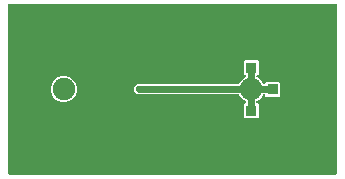
<source format=gtl>
G04 EAGLE Gerber RS-274X export*
G75*
%MOMM*%
%FSLAX34Y34*%
%LPD*%
%INTop Copper*%
%IPPOS*%
%AMOC8*
5,1,8,0,0,1.08239X$1,22.5*%
G01*
%ADD10C,1.905000*%
%ADD11P,2.749271X8X202.500000*%
%ADD12P,2.749271X8X22.500000*%
%ADD13R,0.950000X0.950000*%
%ADD14C,0.654000*%
%ADD15C,0.558800*%
%ADD16C,0.558800*%

G36*
X281198Y3814D02*
X281198Y3814D01*
X281217Y3812D01*
X281319Y3834D01*
X281421Y3850D01*
X281438Y3860D01*
X281458Y3864D01*
X281547Y3917D01*
X281638Y3966D01*
X281652Y3980D01*
X281669Y3990D01*
X281736Y4069D01*
X281808Y4144D01*
X281816Y4162D01*
X281829Y4177D01*
X281868Y4273D01*
X281911Y4367D01*
X281913Y4387D01*
X281921Y4405D01*
X281939Y4572D01*
X281939Y147828D01*
X281936Y147848D01*
X281938Y147867D01*
X281916Y147969D01*
X281900Y148071D01*
X281890Y148088D01*
X281886Y148108D01*
X281833Y148197D01*
X281784Y148288D01*
X281770Y148302D01*
X281760Y148319D01*
X281681Y148386D01*
X281606Y148458D01*
X281588Y148466D01*
X281573Y148479D01*
X281477Y148518D01*
X281383Y148561D01*
X281363Y148563D01*
X281345Y148571D01*
X281178Y148589D01*
X4572Y148589D01*
X4552Y148586D01*
X4533Y148588D01*
X4431Y148566D01*
X4329Y148550D01*
X4312Y148540D01*
X4292Y148536D01*
X4203Y148483D01*
X4112Y148434D01*
X4098Y148420D01*
X4081Y148410D01*
X4014Y148331D01*
X3942Y148256D01*
X3934Y148238D01*
X3921Y148223D01*
X3882Y148127D01*
X3839Y148033D01*
X3837Y148013D01*
X3829Y147995D01*
X3811Y147828D01*
X3811Y4572D01*
X3814Y4552D01*
X3812Y4533D01*
X3834Y4431D01*
X3850Y4329D01*
X3860Y4312D01*
X3864Y4292D01*
X3917Y4203D01*
X3966Y4112D01*
X3980Y4098D01*
X3990Y4081D01*
X4069Y4014D01*
X4144Y3942D01*
X4162Y3934D01*
X4177Y3921D01*
X4273Y3882D01*
X4367Y3839D01*
X4387Y3837D01*
X4405Y3829D01*
X4572Y3811D01*
X281178Y3811D01*
X281198Y3814D01*
G37*
%LPC*%
G36*
X204168Y51775D02*
X204168Y51775D01*
X203275Y52668D01*
X203275Y63432D01*
X204168Y64325D01*
X204470Y64325D01*
X204490Y64328D01*
X204509Y64326D01*
X204611Y64348D01*
X204713Y64364D01*
X204730Y64374D01*
X204750Y64378D01*
X204839Y64431D01*
X204930Y64480D01*
X204944Y64494D01*
X204961Y64504D01*
X205028Y64583D01*
X205100Y64658D01*
X205108Y64676D01*
X205121Y64691D01*
X205160Y64787D01*
X205203Y64881D01*
X205205Y64901D01*
X205213Y64919D01*
X205231Y65086D01*
X205231Y65520D01*
X205212Y65635D01*
X205195Y65751D01*
X205193Y65757D01*
X205192Y65763D01*
X205137Y65865D01*
X205084Y65970D01*
X205079Y65975D01*
X205076Y65980D01*
X204992Y66060D01*
X204908Y66143D01*
X204902Y66146D01*
X204898Y66150D01*
X204881Y66157D01*
X204761Y66223D01*
X203291Y66833D01*
X200183Y69941D01*
X199573Y71411D01*
X199511Y71511D01*
X199452Y71611D01*
X199447Y71615D01*
X199444Y71620D01*
X199353Y71695D01*
X199265Y71771D01*
X199259Y71773D01*
X199254Y71777D01*
X199146Y71819D01*
X199037Y71863D01*
X199029Y71864D01*
X199025Y71865D01*
X199006Y71866D01*
X198870Y71881D01*
X112511Y71881D01*
X109981Y74411D01*
X109981Y77989D01*
X112511Y80519D01*
X198870Y80519D01*
X198985Y80538D01*
X199101Y80555D01*
X199107Y80557D01*
X199113Y80558D01*
X199215Y80613D01*
X199320Y80666D01*
X199325Y80671D01*
X199330Y80674D01*
X199410Y80758D01*
X199493Y80842D01*
X199496Y80848D01*
X199500Y80852D01*
X199507Y80869D01*
X199573Y80989D01*
X200183Y82459D01*
X203291Y85567D01*
X204761Y86177D01*
X204861Y86239D01*
X204961Y86298D01*
X204965Y86303D01*
X204970Y86306D01*
X205045Y86397D01*
X205121Y86485D01*
X205123Y86491D01*
X205127Y86496D01*
X205169Y86604D01*
X205213Y86713D01*
X205214Y86721D01*
X205215Y86725D01*
X205216Y86744D01*
X205231Y86880D01*
X205231Y87314D01*
X205228Y87334D01*
X205230Y87353D01*
X205208Y87455D01*
X205192Y87557D01*
X205182Y87574D01*
X205178Y87594D01*
X205125Y87683D01*
X205076Y87774D01*
X205062Y87788D01*
X205052Y87805D01*
X204973Y87872D01*
X204898Y87944D01*
X204880Y87952D01*
X204865Y87965D01*
X204769Y88004D01*
X204675Y88047D01*
X204655Y88049D01*
X204637Y88057D01*
X204470Y88075D01*
X204168Y88075D01*
X203275Y88968D01*
X203275Y99732D01*
X204168Y100625D01*
X214932Y100625D01*
X215825Y99732D01*
X215825Y88968D01*
X214932Y88075D01*
X214630Y88075D01*
X214610Y88072D01*
X214591Y88074D01*
X214489Y88052D01*
X214387Y88036D01*
X214370Y88026D01*
X214350Y88022D01*
X214261Y87969D01*
X214170Y87920D01*
X214156Y87906D01*
X214139Y87896D01*
X214072Y87817D01*
X214000Y87742D01*
X213992Y87724D01*
X213979Y87709D01*
X213940Y87613D01*
X213897Y87519D01*
X213895Y87499D01*
X213887Y87481D01*
X213869Y87314D01*
X213869Y86880D01*
X213888Y86765D01*
X213905Y86649D01*
X213907Y86643D01*
X213908Y86637D01*
X213963Y86535D01*
X214016Y86430D01*
X214021Y86425D01*
X214024Y86420D01*
X214108Y86340D01*
X214192Y86257D01*
X214198Y86254D01*
X214202Y86250D01*
X214219Y86243D01*
X214339Y86177D01*
X215809Y85567D01*
X218917Y82459D01*
X219527Y80989D01*
X219589Y80889D01*
X219648Y80789D01*
X219653Y80785D01*
X219656Y80780D01*
X219747Y80705D01*
X219835Y80629D01*
X219841Y80627D01*
X219846Y80623D01*
X219954Y80581D01*
X220063Y80537D01*
X220071Y80536D01*
X220075Y80535D01*
X220094Y80534D01*
X220230Y80519D01*
X220664Y80519D01*
X220684Y80522D01*
X220703Y80520D01*
X220805Y80542D01*
X220907Y80558D01*
X220924Y80568D01*
X220944Y80572D01*
X221033Y80625D01*
X221124Y80674D01*
X221138Y80688D01*
X221155Y80698D01*
X221222Y80777D01*
X221294Y80852D01*
X221302Y80870D01*
X221315Y80885D01*
X221354Y80981D01*
X221397Y81075D01*
X221399Y81095D01*
X221407Y81113D01*
X221425Y81280D01*
X221425Y81582D01*
X222318Y82475D01*
X233082Y82475D01*
X233975Y81582D01*
X233975Y70818D01*
X233082Y69925D01*
X222318Y69925D01*
X221425Y70818D01*
X221425Y71120D01*
X221422Y71140D01*
X221424Y71159D01*
X221402Y71261D01*
X221386Y71363D01*
X221376Y71380D01*
X221372Y71400D01*
X221319Y71489D01*
X221270Y71580D01*
X221256Y71594D01*
X221246Y71611D01*
X221167Y71678D01*
X221092Y71750D01*
X221074Y71758D01*
X221059Y71771D01*
X220963Y71810D01*
X220869Y71853D01*
X220849Y71855D01*
X220831Y71863D01*
X220664Y71881D01*
X220230Y71881D01*
X220115Y71862D01*
X219999Y71845D01*
X219993Y71843D01*
X219987Y71842D01*
X219885Y71787D01*
X219780Y71734D01*
X219775Y71729D01*
X219770Y71726D01*
X219690Y71642D01*
X219607Y71558D01*
X219604Y71552D01*
X219600Y71548D01*
X219593Y71531D01*
X219527Y71411D01*
X218917Y69941D01*
X215809Y66833D01*
X214339Y66223D01*
X214239Y66161D01*
X214139Y66102D01*
X214135Y66097D01*
X214130Y66094D01*
X214055Y66003D01*
X213979Y65915D01*
X213977Y65909D01*
X213973Y65904D01*
X213931Y65796D01*
X213887Y65687D01*
X213886Y65679D01*
X213885Y65675D01*
X213884Y65656D01*
X213869Y65520D01*
X213869Y65086D01*
X213872Y65066D01*
X213870Y65047D01*
X213892Y64945D01*
X213908Y64843D01*
X213918Y64826D01*
X213922Y64806D01*
X213975Y64717D01*
X214024Y64626D01*
X214038Y64612D01*
X214048Y64595D01*
X214127Y64528D01*
X214202Y64456D01*
X214220Y64448D01*
X214235Y64435D01*
X214331Y64396D01*
X214425Y64353D01*
X214445Y64351D01*
X214463Y64343D01*
X214630Y64325D01*
X214932Y64325D01*
X215825Y63432D01*
X215825Y52668D01*
X214932Y51775D01*
X204168Y51775D01*
G37*
%LPD*%
%LPC*%
G36*
X48602Y65150D02*
X48602Y65150D01*
X44541Y66833D01*
X41433Y69941D01*
X39750Y74002D01*
X39750Y78398D01*
X41433Y82459D01*
X44541Y85567D01*
X48602Y87250D01*
X52998Y87250D01*
X57059Y85567D01*
X60167Y82459D01*
X61850Y78398D01*
X61850Y74002D01*
X60167Y69941D01*
X57059Y66833D01*
X52998Y65150D01*
X48602Y65150D01*
G37*
%LPD*%
D10*
X50800Y76200D03*
D11*
X76200Y50800D03*
X76200Y101600D03*
X25400Y101600D03*
X25400Y50800D03*
D10*
X209550Y76200D03*
D12*
X179550Y106200D03*
X239550Y106200D03*
X239550Y46200D03*
X179550Y46200D03*
D13*
X209550Y94350D03*
X209550Y108850D03*
X227700Y76200D03*
X242200Y76200D03*
X209550Y58050D03*
X209550Y43550D03*
D14*
X95250Y88900D03*
X95250Y63500D03*
X146050Y88900D03*
X146050Y63500D03*
X171450Y88900D03*
X171450Y63500D03*
X196850Y88900D03*
X196850Y63500D03*
X196850Y107950D03*
X203200Y120650D03*
X215900Y120650D03*
X222250Y107950D03*
X203200Y31750D03*
X215900Y31750D03*
X222250Y44450D03*
X196850Y44450D03*
X254000Y82550D03*
X254000Y69850D03*
X241300Y88900D03*
X241300Y63500D03*
X50800Y114300D03*
X62523Y112461D03*
X62628Y40318D03*
X50910Y38445D03*
X39187Y40284D03*
X14801Y64600D03*
X12927Y76317D03*
X14767Y88040D03*
X39082Y112427D03*
X12700Y12700D03*
X38100Y12700D03*
X63500Y12700D03*
X88900Y12700D03*
X139700Y12700D03*
X165100Y12700D03*
X190500Y12700D03*
X215900Y12700D03*
X241300Y12700D03*
X266700Y12700D03*
X12700Y139700D03*
X38100Y139700D03*
X63500Y139700D03*
X88900Y139700D03*
X139700Y139700D03*
X165100Y139700D03*
X190500Y139700D03*
X215900Y139700D03*
X241300Y139700D03*
X266700Y139700D03*
X12700Y114300D03*
X12700Y38100D03*
X266700Y114300D03*
X266700Y38100D03*
X266700Y63500D03*
X266700Y88900D03*
X120650Y88900D03*
X120650Y63500D03*
D15*
X209550Y76200D02*
X209550Y94350D01*
X209550Y76200D02*
X227700Y76200D01*
X209550Y76200D02*
X209550Y58050D01*
D16*
X120650Y76200D03*
D15*
X209550Y76200D01*
D16*
X114300Y76200D03*
D15*
X120650Y76200D01*
M02*

</source>
